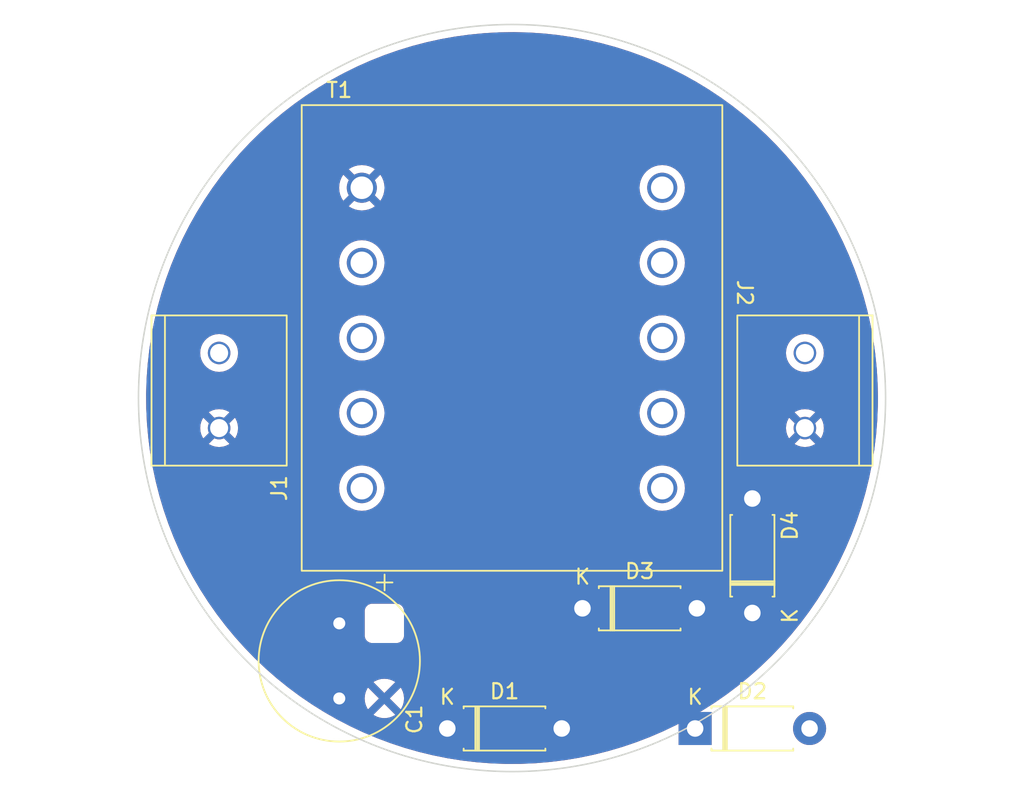
<source format=kicad_pcb>
(kicad_pcb (version 20211014) (generator pcbnew)
  (layers (0 "F.Cu" signal) (31 "B.Cu" signal) (34 "B.Paste" user) (35 "F.Paste" user) (36 "B.SilkS" user "B.Silkscreen") (37 "F.SilkS" user "F.Silkscreen") (38 "B.Mask" user) (39 "F.Mask" user) (44 "Edge.Cuts" user))
  (net 0 "")
  (net 1 "REGIN")
  (net 2 "NEUTRE")
  (net 3 "REGOUT")
  (net 4 "VIN")
  (net 5 "POS")
  (net 6 "MIN")
  (net 7 "PHASE")
  (footprint "Library:TRANSFO_230VAC_60HZ_to_12VAC" (layer "F.Cu") (at 115 36)
    (fp_text reference "T1" (at -1.5 -6.5 unlocked) (layer "F.SilkS"))
    (fp_text value "RSPRO_121-3824")
    (fp_rect (start -4 -5.5) (end 24 25.5) (layer "F.SilkS") (width 0.12) (fill none))
    (pad "1" thru_hole circle (at 0 20) (size 2 2) (drill 1.5) (layers *.Cu *.Mask) (net 7 "PHASE"))
    (pad "2" thru_hole circle (at 0 15) (size 2 2) (drill 1.5) (layers *.Cu *.Mask))
    (pad "3" thru_hole circle (at 0 10) (size 2 2) (drill 1.5) (layers *.Cu *.Mask))
    (pad "4" thru_hole circle (at 0 5) (size 2 2) (drill 1.5) (layers *.Cu *.Mask))
    (pad "5" thru_hole circle (at 0 0) (size 2 2) (drill 1.5) (layers *.Cu *.Mask) (net 2 "NEUTRE"))
    (pad "6" thru_hole circle (at 20 0) (size 2 2) (drill 1.5) (layers *.Cu *.Mask))
    (pad "7" thru_hole circle (at 20 5) (size 2 2) (drill 1.5) (layers *.Cu *.Mask) (net 5 "POS"))
    (pad "8" thru_hole circle (at 20 10) (size 2 2) (drill 1.5) (layers *.Cu *.Mask))
    (pad "9" thru_hole circle (at 20 15) (size 2 2) (drill 1.5) (layers *.Cu *.Mask) (net 6 "MIN"))
    (pad "10" thru_hole circle (at 20 20) (size 2 2) (drill 1.5) (layers *.Cu *.Mask))
  )
  (footprint "Diode_THT:D_DO-41_SOD81_P7.62mm_Horizontal" (layer "F.Cu") (at 137.19 72)
    (fp_text reference "D2" (at 3.81 -2.47) (layer "F.SilkS"))
    (fp_text value "1N4007RLG")
    (fp_text user "K" (at 0 -2.1) (layer "F.SilkS"))
    (fp_line (start 1.09 -1.47) (end 6.53 -1.47) (layer "F.SilkS") (width 0.12))
    (fp_line (start 1.09 1.47) (end 6.53 1.47) (layer "F.SilkS") (width 0.12))
    (fp_line (start 6.53 -1.47) (end 6.53 -1.34) (layer "F.SilkS") (width 0.12))
    (fp_line (start 1.99 -1.47) (end 1.99 1.47) (layer "F.SilkS") (width 0.12))
    (fp_line (start 2.11 -1.47) (end 2.11 1.47) (layer "F.SilkS") (width 0.12))
    (fp_line (start 1.09 -1.34) (end 1.09 -1.47) (layer "F.SilkS") (width 0.12))
    (fp_line (start 6.53 1.47) (end 6.53 1.34) (layer "F.SilkS") (width 0.12))
    (fp_line (start 1.87 -1.47) (end 1.87 1.47) (layer "F.SilkS") (width 0.12))
    (fp_line (start 1.09 1.34) (end 1.09 1.47) (layer "F.SilkS") (width 0.12))
    (pad "1" thru_hole rect (at 0 0) (size 2.2 2.2) (drill 1.1) (layers *.Cu *.Mask) (net 5 "POS"))
    (pad "2" thru_hole oval (at 7.62 0) (size 2.2 2.2) (drill 1.1) (layers *.Cu *.Mask) (net 2 "NEUTRE"))
  )
  (footprint "Capacitor_THT:CP_Radial_Tantal_D10.5mm_P5.00mm" (layer "F.Cu") (at 113.5 65 -90)
    (fp_text reference "C1" (at 6.39467 -5 90) (layer "F.SilkS"))
    (fp_text value "470u")
    (fp_line (start -3.247133 -3.015) (end -2.197133 -3.015) (layer "F.SilkS") (width 0.12))
    (fp_line (start -2.722133 -3.54) (end -2.722133 -2.49) (layer "F.SilkS") (width 0.12))
    (fp_circle (center 2.5 0) (end 7.87 0) (layer "F.SilkS") (width 0.12) (fill none))
    (pad "1" thru_hole rect (at 0 0 270) (size 1.6 1.6) (drill 0.8) (layers *.Cu *.Mask) (net 1 "REGIN"))
    (pad "2" thru_hole circle (at 5 0 270) (size 1.6 1.6) (drill 0.8) (layers *.Cu *.Mask) (net 2 "NEUTRE"))
  )
  (footprint "Diode_THT:D_DO-41_SOD81_P7.62mm_Horizontal" (layer "F.Cu") (at 129.69 64)
    (fp_text reference "D3" (at 3.81 -2.47) (layer "F.SilkS"))
    (fp_text value "1N4007RLG")
    (fp_text user "K" (at 0 -2.1) (layer "F.SilkS"))
    (fp_line (start 6.53 -1.47) (end 6.53 -1.34) (layer "F.SilkS") (width 0.12))
    (fp_line (start 6.53 1.47) (end 6.53 1.34) (layer "F.SilkS") (width 0.12))
    (fp_line (start 1.09 1.47) (end 6.53 1.47) (layer "F.SilkS") (width 0.12))
    (fp_line (start 1.87 -1.47) (end 1.87 1.47) (layer "F.SilkS") (width 0.12))
    (fp_line (start 1.99 -1.47) (end 1.99 1.47) (layer "F.SilkS") (width 0.12))
    (fp_line (start 1.09 1.34) (end 1.09 1.47) (layer "F.SilkS") (width 0.12))
    (fp_line (start 2.11 -1.47) (end 2.11 1.47) (layer "F.SilkS") (width 0.12))
    (fp_line (start 1.09 -1.34) (end 1.09 -1.47) (layer "F.SilkS") (width 0.12))
    (fp_line (start 1.09 -1.47) (end 6.53 -1.47) (layer "F.SilkS") (width 0.12))
    (pad "1" thru_hole rect (at 0 0) (size 2.2 2.2) (drill 1.1) (layers *.Cu *.Mask) (net 4 "VIN"))
    (pad "2" thru_hole oval (at 7.62 0) (size 2.2 2.2) (drill 1.1) (layers *.Cu *.Mask) (net 6 "MIN"))
  )
  (footprint "Diode_THT:D_DO-41_SOD81_P7.62mm_Horizontal" (layer "F.Cu") (at 141 64.31 90)
    (fp_text reference "D4" (at 5.81 2.5 90) (layer "F.SilkS"))
    (fp_text value "1N4007RLG")
    (fp_text user "K" (at -0.19 2.5 90) (layer "F.SilkS"))
    (fp_line (start 1.99 -1.47) (end 1.99 1.47) (layer "F.SilkS") (width 0.12))
    (fp_line (start 1.09 -1.34) (end 1.09 -1.47) (layer "F.SilkS") (width 0.12))
    (fp_line (start 1.09 1.34) (end 1.09 1.47) (layer "F.SilkS") (width 0.12))
    (fp_line (start 1.87 -1.47) (end 1.87 1.47) (layer "F.SilkS") (width 0.12))
    (fp_line (start 1.09 -1.47) (end 6.53 -1.47) (layer "F.SilkS") (width 0.12))
    (fp_line (start 6.53 -1.47) (end 6.53 -1.34) (layer "F.SilkS") (width 0.12))
    (fp_line (start 6.53 1.47) (end 6.53 1.34) (layer "F.SilkS") (width 0.12))
    (fp_line (start 2.11 -1.47) (end 2.11 1.47) (layer "F.SilkS") (width 0.12))
    (fp_line (start 1.09 1.47) (end 6.53 1.47) (layer "F.SilkS") (width 0.12))
    (pad "1" thru_hole rect (at 0 0 90) (size 2.2 2.2) (drill 1.1) (layers *.Cu *.Mask) (net 6 "MIN"))
    (pad "2" thru_hole oval (at 7.62 0 90) (size 2.2 2.2) (drill 1.1) (layers *.Cu *.Mask) (net 2 "NEUTRE"))
  )
  (footprint "Library:Connector_Bon_1x2_P5.00_D1.00" (layer "F.Cu") (at 105.5 52 90)
    (fp_text reference "J1" (at -4 4 90 unlocked) (layer "F.SilkS"))
    (fp_text value "INPUT")
    (fp_line (start 7.4676 -3.6068) (end -2.4384 -3.6068) (layer "F.SilkS") (width 0.12))
    (fp_rect (start -2.5 -4.5) (end 7.5 4.5) (layer "F.SilkS") (width 0.12) (fill none))
    (pad "1" thru_hole circle (at 0 0 90) (size 1.5 1.5) (drill 1.2) (layers *.Cu *.Mask) (net 2 "NEUTRE"))
    (pad "2" thru_hole circle (at 5 0 90) (size 1.5 1.5) (drill 1.2) (layers *.Cu *.Mask) (net 7 "PHASE"))
  )
  (footprint "Library:Connector_Bon_1x2_P5.00_D1.00" (layer "F.Cu") (at 144.5 47 -90)
    (fp_text reference "J2" (at -4 4 -90 unlocked) (layer "F.SilkS"))
    (fp_text value "OUTPUT")
    (fp_line (start 7.4676 -3.6068) (end -2.4384 -3.6068) (layer "F.SilkS") (width 0.12))
    (fp_rect (start -2.5 -4.5) (end 7.5 4.5) (layer "F.SilkS") (width 0.12) (fill none))
    (pad "1" thru_hole circle (at 0 0 270) (size 1.5 1.5) (drill 1.2) (layers *.Cu *.Mask) (net 3 "REGOUT"))
    (pad "2" thru_hole circle (at 5 0 270) (size 1.5 1.5) (drill 1.2) (layers *.Cu *.Mask) (net 2 "NEUTRE"))
  )
  (footprint "Diode_THT:D_DO-41_SOD81_P7.62mm_Horizontal" (layer "F.Cu") (at 120.69 72)
    (fp_text reference "D1" (at 3.81 -2.47) (layer "F.SilkS"))
    (fp_text value "1N4007RLG")
    (fp_text user "K" (at 0 -2.1) (layer "F.SilkS"))
    (fp_line (start 2.11 -1.47) (end 2.11 1.47) (layer "F.SilkS") (width 0.12))
    (fp_line (start 1.09 1.47) (end 6.53 1.47) (layer "F.SilkS") (width 0.12))
    (fp_line (start 6.53 1.47) (end 6.53 1.34) (layer "F.SilkS") (width 0.12))
    (fp_line (start 6.53 -1.47) (end 6.53 -1.34) (layer "F.SilkS") (width 0.12))
    (fp_line (start 1.09 -1.34) (end 1.09 -1.47) (layer "F.SilkS") (width 0.12))
    (fp_line (start 1.09 -1.47) (end 6.53 -1.47) (layer "F.SilkS") (width 0.12))
    (fp_line (start 1.99 -1.47) (end 1.99 1.47) (layer "F.SilkS") (width 0.12))
    (fp_line (start 1.09 1.34) (end 1.09 1.47) (layer "F.SilkS") (width 0.12))
    (fp_line (start 1.87 -1.47) (end 1.87 1.47) (layer "F.SilkS") (width 0.12))
    (pad "1" thru_hole rect (at 0 0) (size 2.2 2.2) (drill 1.1) (layers *.Cu *.Mask) (net 4 "VIN"))
    (pad "2" thru_hole oval (at 7.62 0) (size 2.2 2.2) (drill 1.1) (layers *.Cu *.Mask) (net 5 "POS"))
  )
  (gr_circle (center 125 50) (end 137.5 71.5) (layer "Edge.Cuts") (width 0.1) (fill none))
  (segment (start 142.01 64.817665) (end 142.52 64.817665) (width 0.25) (layer "B.Cu") (net 6))
  (zone (net 2) (net_name "NEUTRE") (layer "F.Cu") (connect_pads (clearance 0.508)) (min_thickness 0.254) (fill yes (thermal_gap 0.508) (thermal_bridge_width 0.508))
    (polygon (pts (xy 152 76.5) (xy 98 76.5) (xy 98 23.5) (xy 152 23.5)))
  )
  (zone (net 2) (net_name "NEUTRE") (layer "B.Cu") (connect_pads (clearance 0.508)) (min_thickness 0.254) (fill yes (thermal_gap 0.508) (thermal_bridge_width 0.508))
    (polygon (pts (xy 151 75.5) (xy 99 75.5) (xy 99 24.5) (xy 151 24.5)))
  )
)
</source>
